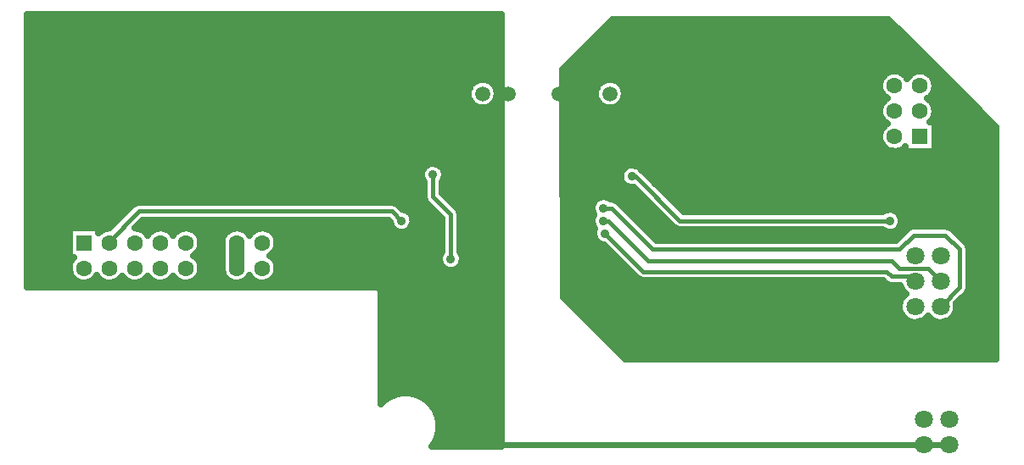
<source format=gbl>
G04 DipTrace 2.4.0.2*
%INDaughter-IsolatedUART.GBL*%
%MOMM*%
%ADD14C,0.4*%
%ADD15C,1.5*%
%ADD16C,0.6*%
%ADD19C,0.635*%
%ADD28R,1.6X1.6*%
%ADD29C,1.6*%
%ADD30C,1.8*%
%ADD40C,0.914*%
%FSLAX53Y53*%
G04*
G71*
G90*
G75*
G01*
%LNBottom*%
%LPD*%
X43498Y20323D2*
D14*
Y24765D1*
X41725Y26537D1*
Y28737D1*
X93270Y1730D2*
D16*
X90730D1*
X44943D1*
X42863Y3810D1*
Y5397D1*
X40640Y7620D1*
X38417D1*
X36512Y9525D1*
Y17145D1*
X35877Y17780D1*
X19526D1*
Y17917D1*
Y19390D1*
X19600D1*
Y21930D1*
X44931Y19053D2*
D14*
Y26988D1*
Y32548D1*
X49217Y36834D1*
X43180Y26988D2*
X44931D1*
X19526Y17917D2*
X3514D1*
X3334Y18098D1*
Y32386D1*
X7623Y36675D1*
X61601Y28578D2*
X61919D1*
X66364Y24133D1*
X87322D1*
X38580D2*
X37628Y25085D1*
X12385D1*
X9230Y21930D1*
X9440D1*
X22140Y19390D2*
D15*
Y21930D1*
X58743Y19053D2*
D14*
X57314D1*
X56521Y19846D1*
Y26578D1*
Y30166D1*
Y36675D1*
X56362Y36834D1*
X54297D1*
X61595Y26988D2*
X56930D1*
X56521Y26578D1*
X68273Y30166D2*
X56521D1*
X58738Y24133D2*
X59220D1*
X63191Y20161D1*
X87471D1*
X88263Y19370D1*
X91132D1*
X92402Y18099D1*
X58902Y22863D2*
X62715Y19050D1*
X86995D1*
X87471Y18574D1*
X89862D1*
Y18099D1*
X58743Y25403D2*
X59537D1*
X63668Y21273D1*
X88265D1*
X89696Y22704D1*
X92878D1*
X94307Y21275D1*
Y17465D1*
X92402Y15559D1*
D40*
X43498Y20323D3*
X41725Y28737D3*
X44931Y19053D3*
X43180Y26988D3*
X61601Y28578D3*
X87322Y24133D3*
X38580D3*
X58743Y19053D3*
X61595Y26988D3*
X68273Y30166D3*
X58738Y24133D3*
X58902Y22863D3*
X58743Y25403D3*
X45720Y5080D3*
Y7620D3*
X7623Y36675D3*
Y38898D3*
Y41121D3*
X9366Y41116D3*
X10795D3*
X13335D3*
X15875D3*
Y38576D3*
Y36036D3*
X45720Y10160D3*
Y12700D3*
Y15240D3*
Y43180D3*
X43180D3*
X40640D3*
X38100D3*
X35560D3*
X33020D3*
X30480D3*
X27940D3*
X25400D3*
X45720Y40640D3*
X55880Y38100D3*
X58420Y40640D3*
X60960Y43180D3*
X63500D3*
X68580D3*
X71120D3*
X73660D3*
X76200D3*
X78740D3*
X83820D3*
X86360D3*
X88900Y40640D3*
X55880Y35560D3*
Y33020D3*
Y30480D3*
X58420Y15240D3*
X60960Y12700D3*
X63500D3*
X66040D3*
X68580D3*
X71120D3*
X73660D3*
X76200D3*
X78740D3*
X81280D3*
X83820D3*
X86360D3*
X66040Y17145D3*
X68580D3*
X71120D3*
X73660D3*
X76200D3*
X78740D3*
X81280D3*
X83820D3*
X1334Y44136D2*
D19*
X48519D1*
X1334Y43504D2*
X48519D1*
X1334Y42872D2*
X48519D1*
X1334Y42241D2*
X48519D1*
X1334Y41609D2*
X48519D1*
X1334Y40977D2*
X48519D1*
X1334Y40346D2*
X48519D1*
X1334Y39714D2*
X48519D1*
X1334Y39082D2*
X48519D1*
X1334Y38451D2*
X48519D1*
X1334Y37819D2*
X45592D1*
X47763D2*
X48519D1*
X1334Y37187D2*
X45235D1*
X48120D2*
X48519D1*
X1334Y36556D2*
X45215D1*
X48140D2*
X48519D1*
X1334Y35924D2*
X45523D1*
X47832D2*
X48519D1*
X1334Y35292D2*
X48519D1*
X1334Y34661D2*
X48519D1*
X1334Y34029D2*
X48519D1*
X1334Y33397D2*
X48519D1*
X1334Y32766D2*
X48519D1*
X1334Y32134D2*
X48519D1*
X1334Y31502D2*
X48519D1*
X1334Y30871D2*
X48519D1*
X1334Y30239D2*
X48519D1*
X1334Y29607D2*
X40939D1*
X42504D2*
X48519D1*
X1334Y28976D2*
X40562D1*
X42891D2*
X48519D1*
X1334Y28344D2*
X40601D1*
X42852D2*
X48519D1*
X1334Y27712D2*
X40790D1*
X42663D2*
X48519D1*
X1334Y27081D2*
X40790D1*
X42663D2*
X48519D1*
X1334Y26449D2*
X40790D1*
X43110D2*
X48519D1*
X1334Y25817D2*
X11848D1*
X38168D2*
X41147D1*
X43745D2*
X48519D1*
X1334Y25186D2*
X11193D1*
X39052D2*
X41782D1*
X44330D2*
X48519D1*
X1334Y24554D2*
X10558D1*
X39687D2*
X42407D1*
X44429D2*
X48519D1*
X1334Y23922D2*
X9923D1*
X12520D2*
X37406D1*
X39756D2*
X42566D1*
X44429D2*
X48519D1*
X1334Y23291D2*
X5369D1*
X8433D2*
X8818D1*
X12610D2*
X13892D1*
X15150D2*
X16432D1*
X17690D2*
X21512D1*
X22770D2*
X24052D1*
X25310D2*
X37764D1*
X39399D2*
X42566D1*
X44429D2*
X48519D1*
X1334Y22659D2*
X5369D1*
X18404D2*
X20797D1*
X26024D2*
X42566D1*
X44429D2*
X48519D1*
X1334Y22027D2*
X5369D1*
X18593D2*
X20609D1*
X26213D2*
X42566D1*
X44429D2*
X48519D1*
X1334Y21396D2*
X5369D1*
X18493D2*
X20658D1*
X26113D2*
X42566D1*
X44429D2*
X48519D1*
X1334Y20764D2*
X5369D1*
X18027D2*
X20658D1*
X25647D2*
X42397D1*
X44598D2*
X48519D1*
X1334Y20132D2*
X5567D1*
X18394D2*
X20658D1*
X26014D2*
X42318D1*
X44677D2*
X48519D1*
X1334Y19501D2*
X5369D1*
X18593D2*
X20609D1*
X26213D2*
X42655D1*
X44340D2*
X48519D1*
X1334Y18869D2*
X5458D1*
X18503D2*
X20698D1*
X26123D2*
X48519D1*
X1334Y18237D2*
X5924D1*
X7877D2*
X8464D1*
X10417D2*
X11004D1*
X12957D2*
X13544D1*
X15497D2*
X16084D1*
X18037D2*
X21164D1*
X23117D2*
X23704D1*
X25657D2*
X48519D1*
X1334Y17606D2*
X48519D1*
X36571Y16974D2*
X48519D1*
X36571Y16342D2*
X48519D1*
X36571Y15711D2*
X48519D1*
X36571Y15079D2*
X48519D1*
X36571Y14447D2*
X48519D1*
X36571Y13816D2*
X48519D1*
X36571Y13184D2*
X48519D1*
X36571Y12552D2*
X48519D1*
X36571Y11921D2*
X48519D1*
X36571Y11289D2*
X48519D1*
X36571Y10657D2*
X48519D1*
X36571Y10026D2*
X48519D1*
X36571Y9394D2*
X48519D1*
X36571Y8762D2*
X48519D1*
X36571Y8131D2*
X48519D1*
X36571Y7499D2*
X48519D1*
X36571Y6867D2*
X38349D1*
X39657D2*
X48519D1*
X36571Y6236D2*
X36920D1*
X41085D2*
X48519D1*
X41711Y5604D2*
X48519D1*
X42088Y4972D2*
X48519D1*
X42296Y4341D2*
X48519D1*
X42385Y3709D2*
X48519D1*
X42346Y3077D2*
X48519D1*
X42177Y2446D2*
X48519D1*
X41859Y1814D2*
X48519D1*
X42306Y3283D2*
X42185Y2661D1*
X41949Y2072D1*
X41633Y1580D1*
X45085Y1588D1*
X48578D1*
X48577Y44767D1*
X1270Y44768D1*
Y17463D1*
X36195D1*
X36463Y17307D1*
X36513Y17145D1*
Y5804D1*
X36869Y6147D1*
X37392Y6505D1*
X37973Y6758D1*
X38592Y6896D1*
X39226Y6913D1*
X39851Y6810D1*
X40446Y6590D1*
X40988Y6260D1*
X41457Y5834D1*
X41837Y5326D1*
X42113Y4756D1*
X42276Y4143D1*
X42321Y3600D1*
X42306Y3283D1*
X8162Y18647D2*
X8076Y18503D1*
X7858Y18272D1*
X7597Y18092D1*
X7303Y17973D1*
X6991Y17920D1*
X6675Y17934D1*
X6368Y18016D1*
X6087Y18162D1*
X5843Y18364D1*
X5648Y18614D1*
X5511Y18900D1*
X5438Y19208D1*
X5433Y19525D1*
X5496Y19836D1*
X5624Y20126D1*
X5811Y20382D1*
X5892Y20454D1*
X5427Y20457D1*
Y23403D1*
X8373D1*
Y22937D1*
X8588Y23132D1*
X8865Y23286D1*
X9168Y23378D1*
X9474Y23401D1*
X11768Y25702D1*
X12028Y25882D1*
X12385Y25958D1*
X37628D1*
X37938Y25901D1*
X38245Y25702D1*
X38687Y25260D1*
X38963Y25196D1*
X39242Y25048D1*
X39470Y24829D1*
X39628Y24554D1*
X39704Y24247D1*
X39710Y24133D1*
X39665Y23820D1*
X39536Y23531D1*
X39331Y23289D1*
X39068Y23114D1*
X38766Y23019D1*
X38450Y23011D1*
X38144Y23091D1*
X37872Y23252D1*
X37655Y23483D1*
X37511Y23765D1*
X37465Y24008D1*
X37268Y24210D1*
X12754Y24212D1*
X11943Y23409D1*
X12338Y23359D1*
X12635Y23249D1*
X12902Y23078D1*
X13127Y22855D1*
X13250Y22663D1*
X13431Y22922D1*
X13668Y23132D1*
X13945Y23286D1*
X14248Y23378D1*
X14564Y23402D1*
X14878Y23359D1*
X15175Y23249D1*
X15442Y23078D1*
X15667Y22855D1*
X15790Y22663D1*
X15971Y22922D1*
X16208Y23132D1*
X16485Y23286D1*
X16788Y23378D1*
X17104Y23402D1*
X17418Y23359D1*
X17715Y23249D1*
X17982Y23078D1*
X18207Y22855D1*
X18378Y22588D1*
X18488Y22291D1*
X18533Y21930D1*
X18499Y21615D1*
X18398Y21314D1*
X18236Y21043D1*
X18018Y20812D1*
X17798Y20660D1*
X17982Y20538D1*
X18207Y20315D1*
X18378Y20048D1*
X18488Y19751D1*
X18533Y19390D1*
X18499Y19075D1*
X18398Y18774D1*
X18236Y18503D1*
X18018Y18272D1*
X17757Y18092D1*
X17463Y17973D1*
X17151Y17920D1*
X16835Y17934D1*
X16528Y18016D1*
X16247Y18162D1*
X16003Y18364D1*
X15795Y18641D1*
X15478Y18272D1*
X15217Y18092D1*
X14923Y17973D1*
X14611Y17920D1*
X14295Y17934D1*
X13988Y18016D1*
X13707Y18162D1*
X13463Y18364D1*
X13255Y18641D1*
X12938Y18272D1*
X12677Y18092D1*
X12383Y17973D1*
X12071Y17920D1*
X11755Y17934D1*
X11448Y18016D1*
X11167Y18162D1*
X10923Y18364D1*
X10715Y18641D1*
X10398Y18272D1*
X10137Y18092D1*
X9843Y17973D1*
X9531Y17920D1*
X9215Y17934D1*
X8908Y18016D1*
X8627Y18162D1*
X8383Y18364D1*
X8175Y18641D1*
X23402Y18647D2*
X23316Y18503D1*
X23098Y18272D1*
X22837Y18092D1*
X22543Y17973D1*
X22231Y17920D1*
X21915Y17934D1*
X21608Y18016D1*
X21327Y18162D1*
X21083Y18364D1*
X20888Y18614D1*
X20751Y18900D1*
X20678Y19208D1*
X20673Y19525D1*
X20718Y19748D1*
X20717Y21543D1*
X20678Y21748D1*
X20673Y22065D1*
X20736Y22376D1*
X20864Y22666D1*
X21051Y22922D1*
X21288Y23132D1*
X21565Y23286D1*
X21868Y23378D1*
X22184Y23402D1*
X22498Y23359D1*
X22795Y23249D1*
X23062Y23078D1*
X23287Y22855D1*
X23410Y22663D1*
X23591Y22922D1*
X23828Y23132D1*
X24105Y23286D1*
X24408Y23378D1*
X24724Y23402D1*
X25038Y23359D1*
X25335Y23249D1*
X25602Y23078D1*
X25827Y22855D1*
X25998Y22588D1*
X26108Y22291D1*
X26153Y21930D1*
X26119Y21615D1*
X26018Y21314D1*
X25856Y21043D1*
X25638Y20812D1*
X25418Y20660D1*
X25602Y20538D1*
X25827Y20315D1*
X25998Y20048D1*
X26108Y19751D1*
X26153Y19390D1*
X26119Y19075D1*
X26018Y18774D1*
X25856Y18503D1*
X25638Y18272D1*
X25377Y18092D1*
X25083Y17973D1*
X24771Y17920D1*
X24455Y17934D1*
X24148Y18016D1*
X23867Y18162D1*
X23623Y18364D1*
X23415Y18641D1*
X48065Y36519D2*
X47961Y36220D1*
X47793Y35951D1*
X47570Y35726D1*
X47302Y35556D1*
X47004Y35449D1*
X46690Y35411D1*
X46374Y35444D1*
X46074Y35545D1*
X45804Y35710D1*
X45577Y35931D1*
X45405Y36197D1*
X45295Y36495D1*
X45254Y36809D1*
X45284Y37124D1*
X45383Y37425D1*
X45546Y37697D1*
X45765Y37926D1*
X46029Y38101D1*
X46325Y38213D1*
X46639Y38256D1*
X46955Y38229D1*
X47257Y38133D1*
X47530Y37973D1*
X47761Y37756D1*
X47938Y37493D1*
X48053Y37198D1*
X48100Y36834D1*
X48065Y36519D1*
X42625Y21047D2*
Y24401D1*
X41108Y25920D1*
X40929Y26180D1*
X40852Y26537D1*
Y28015D1*
X40657Y28369D1*
X40597Y28680D1*
X40625Y28995D1*
X40740Y29290D1*
X40932Y29541D1*
X41186Y29730D1*
X41483Y29840D1*
X41798Y29864D1*
X42108Y29800D1*
X42388Y29652D1*
X42616Y29432D1*
X42774Y29158D1*
X42849Y28851D1*
X42855Y28737D1*
X42811Y28423D1*
X42681Y28135D1*
X42598Y28037D1*
Y26901D1*
X44115Y25382D1*
X44294Y25122D1*
X44370Y24765D1*
Y21044D1*
X44546Y20744D1*
X44622Y20437D1*
X44627Y20323D1*
X44583Y20010D1*
X44454Y19721D1*
X44249Y19479D1*
X43986Y19304D1*
X43684Y19209D1*
X43368Y19201D1*
X43061Y19281D1*
X42789Y19442D1*
X42573Y19673D1*
X42429Y19955D1*
X42369Y20266D1*
X42397Y20581D1*
X42512Y20876D1*
X42626Y21025D1*
X59095Y43664D2*
X87742D1*
X58460Y43033D2*
X88377D1*
X57835Y42401D2*
X89012D1*
X57200Y41769D2*
X89637D1*
X56565Y41138D2*
X90272D1*
X55930Y40506D2*
X90907D1*
X55295Y39874D2*
X91532D1*
X54730Y39243D2*
X92167D1*
X54730Y38611D2*
X86640D1*
X91500D2*
X92802D1*
X54730Y37979D2*
X58472D1*
X60286D2*
X86303D1*
X91828D2*
X93427D1*
X54730Y37348D2*
X57986D1*
X60762D2*
X86293D1*
X91847D2*
X94062D1*
X54740Y36716D2*
X57897D1*
X60861D2*
X86581D1*
X91560D2*
X94697D1*
X54740Y36084D2*
X58105D1*
X60653D2*
X86650D1*
X91490D2*
X95332D1*
X54740Y35453D2*
X58978D1*
X59780D2*
X86313D1*
X91828D2*
X95967D1*
X54750Y34821D2*
X86283D1*
X91847D2*
X96602D1*
X54750Y34189D2*
X86571D1*
X91570D2*
X97227D1*
X54750Y33558D2*
X86660D1*
X91877D2*
X97862D1*
X54759Y32926D2*
X86313D1*
X91877D2*
X97892D1*
X54759Y32294D2*
X86283D1*
X91877D2*
X97892D1*
X54759Y31663D2*
X86561D1*
X91877D2*
X97892D1*
X54769Y31031D2*
X97892D1*
X54769Y30399D2*
X97892D1*
X54769Y29768D2*
X97892D1*
X54779Y29136D2*
X60556D1*
X62657D2*
X97892D1*
X54779Y28504D2*
X60407D1*
X63292D2*
X97892D1*
X54779Y27873D2*
X60655D1*
X63917D2*
X97892D1*
X54779Y27241D2*
X61955D1*
X64552D2*
X97892D1*
X54789Y26609D2*
X62590D1*
X65187D2*
X97892D1*
X54789Y25978D2*
X57708D1*
X60256D2*
X63225D1*
X65812D2*
X97892D1*
X54789Y25346D2*
X57549D1*
X60891D2*
X63850D1*
X66447D2*
X97892D1*
X54799Y24714D2*
X57708D1*
X61526D2*
X64485D1*
X88355D2*
X97892D1*
X54799Y24083D2*
X57549D1*
X62151D2*
X65120D1*
X88514D2*
X97892D1*
X54799Y23451D2*
X57778D1*
X62786D2*
X65755D1*
X88285D2*
X89180D1*
X93395D2*
X97892D1*
X54809Y22819D2*
X57708D1*
X63421D2*
X88516D1*
X94060D2*
X97892D1*
X54809Y22188D2*
X57936D1*
X64046D2*
X87881D1*
X94695D2*
X97892D1*
X54809Y21556D2*
X58909D1*
X95201D2*
X97892D1*
X54819Y20924D2*
X59544D1*
X95241D2*
X97892D1*
X54819Y20293D2*
X60179D1*
X95241D2*
X97892D1*
X54819Y19661D2*
X60804D1*
X95241D2*
X97892D1*
X54829Y19029D2*
X61439D1*
X95241D2*
X97892D1*
X54829Y18398D2*
X62074D1*
X95241D2*
X97892D1*
X54829Y17766D2*
X87077D1*
X95241D2*
X97892D1*
X54829Y17134D2*
X88555D1*
X95181D2*
X97892D1*
X54839Y16503D2*
X88536D1*
X94645D2*
X97892D1*
X55454Y15871D2*
X88258D1*
X94010D2*
X97892D1*
X56079Y15239D2*
X88258D1*
X94000D2*
X97892D1*
X56714Y14608D2*
X88545D1*
X93713D2*
X97892D1*
X57349Y13976D2*
X97892D1*
X57974Y13344D2*
X97892D1*
X58609Y12713D2*
X97892D1*
X59244Y12081D2*
X97892D1*
X59869Y11449D2*
X97892D1*
X60504Y10818D2*
X97892D1*
X91356Y34020D2*
X91811D1*
Y31074D1*
X88865D1*
Y31541D1*
X88757Y31429D1*
X88495Y31250D1*
X88202Y31131D1*
X87889Y31077D1*
X87573Y31092D1*
X87267Y31174D1*
X86985Y31319D1*
X86741Y31521D1*
X86546Y31771D1*
X86409Y32057D1*
X86337Y32365D1*
X86332Y32682D1*
X86394Y32993D1*
X86522Y33283D1*
X86709Y33539D1*
X86946Y33749D1*
X87059Y33811D1*
X86741Y34061D1*
X86546Y34311D1*
X86409Y34597D1*
X86337Y34905D1*
X86332Y35222D1*
X86394Y35533D1*
X86522Y35823D1*
X86709Y36079D1*
X86946Y36289D1*
X87059Y36351D1*
X86741Y36601D1*
X86546Y36851D1*
X86409Y37137D1*
X86337Y37445D1*
X86332Y37762D1*
X86394Y38073D1*
X86522Y38363D1*
X86709Y38619D1*
X86946Y38829D1*
X87223Y38983D1*
X87526Y39075D1*
X87842Y39099D1*
X88156Y39056D1*
X88454Y38946D1*
X88721Y38776D1*
X88945Y38552D1*
X89068Y38360D1*
X89249Y38619D1*
X89486Y38829D1*
X89763Y38983D1*
X90066Y39075D1*
X90382Y39099D1*
X90696Y39056D1*
X90994Y38946D1*
X91261Y38776D1*
X91485Y38552D1*
X91656Y38285D1*
X91766Y37988D1*
X91811Y37627D1*
X91777Y37312D1*
X91676Y37012D1*
X91514Y36740D1*
X91297Y36509D1*
X91076Y36358D1*
X91261Y36236D1*
X91485Y36012D1*
X91656Y35745D1*
X91766Y35448D1*
X91811Y35087D1*
X91777Y34772D1*
X91676Y34472D1*
X91514Y34200D1*
X91344Y34019D1*
X91136Y14641D2*
X90949Y14423D1*
X90699Y14228D1*
X90416Y14087D1*
X90109Y14006D1*
X89793Y13988D1*
X89479Y14034D1*
X89181Y14141D1*
X88911Y14307D1*
X88679Y14523D1*
X88495Y14781D1*
X88367Y15071D1*
X88299Y15381D1*
X88295Y15698D1*
X88355Y16009D1*
X88475Y16302D1*
X88653Y16565D1*
X88937Y16825D1*
X88679Y17063D1*
X88495Y17321D1*
X88348Y17698D1*
X87471Y17701D1*
X87161Y17758D1*
X86854Y17957D1*
X86636Y18174D1*
X62715Y18177D1*
X62404Y18234D1*
X62098Y18433D1*
X58772Y21741D1*
X58466Y21821D1*
X58194Y21982D1*
X57977Y22213D1*
X57833Y22495D1*
X57773Y22806D1*
X57802Y23121D1*
X57899Y23370D1*
X57813Y23483D1*
X57669Y23765D1*
X57609Y24076D1*
X57637Y24391D1*
X57752Y24686D1*
X57806Y24757D1*
X57675Y25035D1*
X57615Y25346D1*
X57643Y25661D1*
X57758Y25956D1*
X57950Y26208D1*
X58204Y26396D1*
X58501Y26507D1*
X58816Y26531D1*
X59126Y26466D1*
X59456Y26270D1*
X59537Y26276D1*
X59848Y26219D1*
X60154Y26020D1*
X64034Y22140D1*
X74780Y22145D1*
X87907D1*
X89079Y23321D1*
X89339Y23500D1*
X89696Y23577D1*
X92878D1*
X93189Y23519D1*
X93496Y23321D1*
X94925Y21892D1*
X95104Y21632D1*
X95180Y21275D1*
Y17465D1*
X95123Y17154D1*
X94925Y16847D1*
X93949Y15872D1*
X93975Y15559D1*
X93943Y15244D1*
X93848Y14941D1*
X93695Y14664D1*
X93489Y14423D1*
X93239Y14228D1*
X92956Y14087D1*
X92649Y14006D1*
X92333Y13988D1*
X92019Y14034D1*
X91721Y14141D1*
X91451Y14307D1*
X91219Y14523D1*
X91133Y14644D1*
X60765Y36519D2*
X60661Y36220D1*
X60493Y35951D1*
X60270Y35726D1*
X60002Y35556D1*
X59704Y35449D1*
X59390Y35411D1*
X59074Y35444D1*
X58774Y35545D1*
X58504Y35710D1*
X58277Y35931D1*
X58105Y36197D1*
X57995Y36495D1*
X57954Y36809D1*
X57984Y37124D1*
X58083Y37425D1*
X58246Y37697D1*
X58465Y37926D1*
X58729Y38101D1*
X59025Y38213D1*
X59339Y38256D1*
X59655Y38229D1*
X59957Y38133D1*
X60230Y37973D1*
X60461Y37756D1*
X60638Y37493D1*
X60753Y37198D1*
X60800Y36834D1*
X60765Y36519D1*
X62571Y29160D2*
X66725Y25007D1*
X86595Y25005D1*
X86783Y25126D1*
X87079Y25236D1*
X87395Y25260D1*
X87704Y25196D1*
X87984Y25048D1*
X88212Y24828D1*
X88370Y24554D1*
X88446Y24247D1*
X88452Y24133D1*
X88407Y23819D1*
X88278Y23530D1*
X88073Y23289D1*
X87810Y23114D1*
X87508Y23018D1*
X87192Y23010D1*
X86886Y23090D1*
X86607Y23259D1*
X66364Y23260D1*
X66054Y23317D1*
X65747Y23515D1*
X61788Y27464D1*
X61472Y27456D1*
X61165Y27536D1*
X60893Y27697D1*
X60677Y27928D1*
X60533Y28210D1*
X60473Y28521D1*
X60501Y28836D1*
X60616Y29131D1*
X60808Y29383D1*
X61062Y29571D1*
X61359Y29682D1*
X61674Y29706D1*
X61984Y29641D1*
X62264Y29493D1*
X62492Y29274D1*
X62536Y29197D1*
X59670Y44298D2*
X54655Y39295D1*
X54675Y36577D1*
X54774Y16485D1*
X60933Y10326D1*
X64618Y10320D1*
X97959D1*
Y33522D1*
X93436Y38043D1*
X89621Y41851D1*
X87187Y44285D1*
X82232Y44292D1*
X59666Y44296D1*
D28*
X90338Y32547D3*
D29*
X87798D3*
X90338Y35087D3*
X87798D3*
X90338Y37627D3*
X87798D3*
X6900Y19390D3*
D28*
Y21930D3*
D29*
X9440Y19390D3*
Y21930D3*
X11980Y19390D3*
Y21930D3*
X14520Y19390D3*
Y21930D3*
X17060Y19390D3*
Y21930D3*
X19600Y19390D3*
Y21930D3*
X22140Y19390D3*
Y21930D3*
X24680Y19390D3*
Y21930D3*
D30*
X89862Y15559D3*
X92402D3*
X89862Y18099D3*
X92402D3*
X89862Y20639D3*
X92402D3*
X93270Y1730D3*
X90730D3*
Y4270D3*
X93270D3*
D15*
X46677Y36834D3*
X49217D3*
X54297D3*
X59377D3*
M02*

</source>
